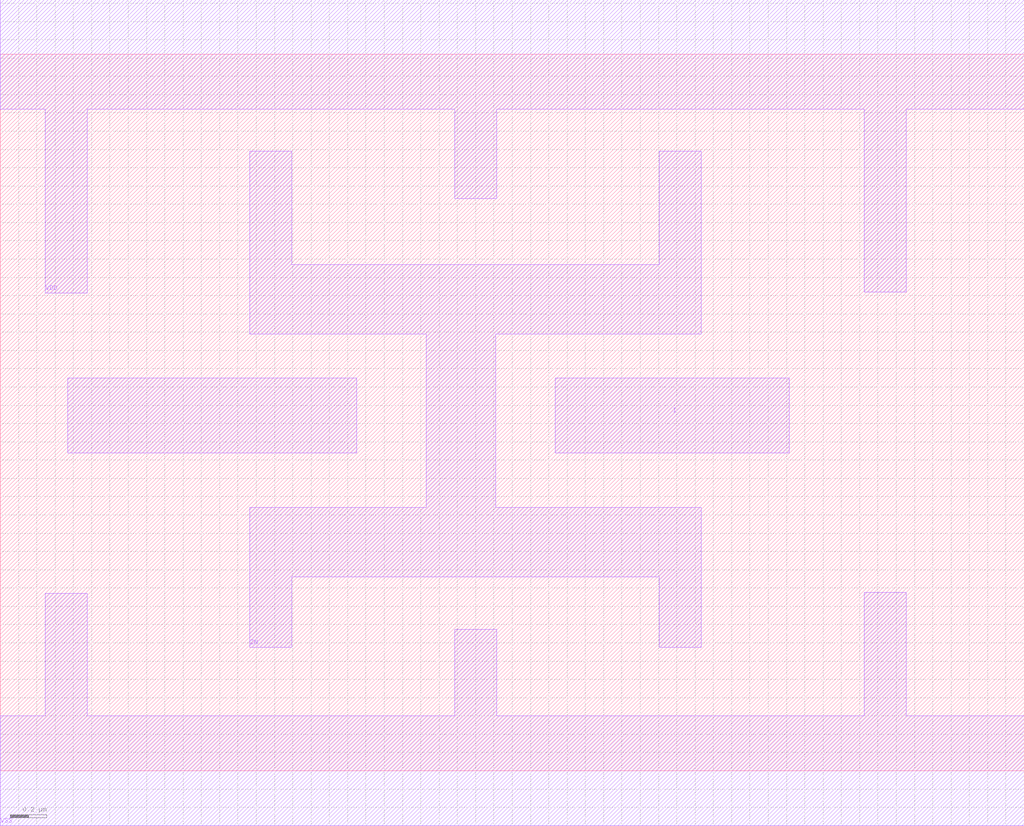
<source format=lef>
# Copyright 2022 GlobalFoundries PDK Authors
#
# Licensed under the Apache License, Version 2.0 (the "License");
# you may not use this file except in compliance with the License.
# You may obtain a copy of the License at
#
#      http://www.apache.org/licenses/LICENSE-2.0
#
# Unless required by applicable law or agreed to in writing, software
# distributed under the License is distributed on an "AS IS" BASIS,
# WITHOUT WARRANTIES OR CONDITIONS OF ANY KIND, either express or implied.
# See the License for the specific language governing permissions and
# limitations under the License.

MACRO gf180mcu_fd_sc_mcu7t5v0__inv_4
  CLASS core ;
  FOREIGN gf180mcu_fd_sc_mcu7t5v0__inv_4 0.0 0.0 ;
  ORIGIN 0 0 ;
  SYMMETRY X Y ;
  SITE GF018hv5v_mcu_sc7 ;
  SIZE 5.6 BY 3.92 ;
  PIN I
    DIRECTION INPUT ;
    ANTENNAGATEAREA 4.408 ;
    PORT
      LAYER Metal1 ;
        POLYGON 0.37 1.74 1.95 1.74 1.95 2.15 0.37 2.15  ;
        POLYGON 3.035 1.74 4.315 1.74 4.315 2.15 3.035 2.15  ;
    END
  END I
  PIN ZN
    DIRECTION OUTPUT ;
    ANTENNADIFFAREA 2.6096 ;
    PORT
      LAYER Metal1 ;
        POLYGON 2.71 2.39 3.835 2.39 3.835 3.39 3.605 3.39 3.605 2.77 1.595 2.77 1.595 3.39 1.365 3.39 1.365 2.39 2.33 2.39 2.33 1.44 1.365 1.44 1.365 0.675 1.595 0.675 1.595 1.06 3.605 1.06 3.605 0.675 3.835 0.675 3.835 1.44 2.71 1.44  ;
    END
  END ZN
  PIN VDD
    DIRECTION INOUT ;
    USE power ;
    SHAPE ABUTMENT ;
    PORT
      LAYER Metal1 ;
        POLYGON 0 3.62 0.245 3.62 0.245 2.615 0.475 2.615 0.475 3.62 2.485 3.62 2.485 3.13 2.715 3.13 2.715 3.62 4.725 3.62 4.725 2.62 4.955 2.62 4.955 3.62 5.6 3.62 5.6 4.22 0 4.22  ;
    END
  END VDD
  PIN VSS
    DIRECTION INOUT ;
    USE ground ;
    SHAPE ABUTMENT ;
    PORT
      LAYER Metal1 ;
        POLYGON 0 -0.3 5.6 -0.3 5.6 0.3 4.955 0.3 4.955 0.975 4.725 0.975 4.725 0.3 2.715 0.3 2.715 0.775 2.485 0.775 2.485 0.3 0.475 0.3 0.475 0.97 0.245 0.97 0.245 0.3 0 0.3  ;
    END
  END VSS
END gf180mcu_fd_sc_mcu7t5v0__inv_4

</source>
